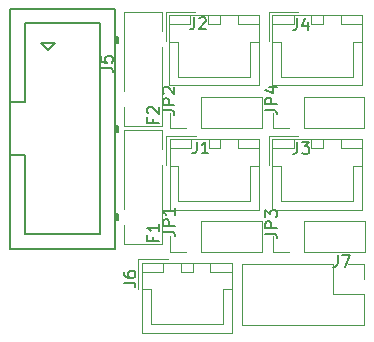
<source format=gbr>
%TF.GenerationSoftware,KiCad,Pcbnew,(5.1.10-1-10_14)*%
%TF.CreationDate,2022-01-16T00:09:14-08:00*%
%TF.ProjectId,FanExpander-Lite,46616e45-7870-4616-9e64-65722d4c6974,V1.0.4*%
%TF.SameCoordinates,Original*%
%TF.FileFunction,Legend,Top*%
%TF.FilePolarity,Positive*%
%FSLAX46Y46*%
G04 Gerber Fmt 4.6, Leading zero omitted, Abs format (unit mm)*
G04 Created by KiCad (PCBNEW (5.1.10-1-10_14)) date 2022-01-16 00:09:14*
%MOMM*%
%LPD*%
G01*
G04 APERTURE LIST*
%ADD10C,0.120000*%
%ADD11C,0.150000*%
G04 APERTURE END LIST*
D10*
%TO.C,J7*%
X70214800Y-62225880D02*
X70214800Y-63555880D01*
X68884800Y-62225880D02*
X70214800Y-62225880D01*
X70214800Y-64825880D02*
X70214800Y-67425880D01*
X67614800Y-64825880D02*
X70214800Y-64825880D01*
X67614800Y-62225880D02*
X67614800Y-64825880D01*
X70214800Y-67425880D02*
X59934800Y-67425880D01*
X67614800Y-62225880D02*
X59934800Y-62225880D01*
X59934800Y-62225880D02*
X59934800Y-67425880D01*
%TO.C,F2*%
X53100480Y-50535080D02*
X49900480Y-50535080D01*
X53100480Y-40934080D02*
X49900480Y-40934080D01*
X49900480Y-48974080D02*
X49900480Y-50535080D01*
X49900480Y-40934080D02*
X49900480Y-47597080D01*
X53100480Y-43874080D02*
X53100480Y-50535080D01*
X53100480Y-40934080D02*
X53100480Y-42496080D01*
%TO.C,F1*%
X49906680Y-50917600D02*
X53106680Y-50917600D01*
X49906680Y-60518600D02*
X53106680Y-60518600D01*
X53106680Y-52478600D02*
X53106680Y-50917600D01*
X53106680Y-60518600D02*
X53106680Y-53855600D01*
X49906680Y-57578600D02*
X49906680Y-50917600D01*
X49906680Y-60518600D02*
X49906680Y-58956600D01*
D11*
%TO.C,J5*%
X40234000Y-40650000D02*
X49174000Y-40650000D01*
X49174000Y-40650000D02*
X49174000Y-60950000D01*
X49174000Y-60950000D02*
X40234000Y-60950000D01*
X40234000Y-60950000D02*
X40234000Y-40650000D01*
X40234000Y-48575000D02*
X41534000Y-48575000D01*
X41534000Y-48575000D02*
X41534000Y-41850000D01*
X41534000Y-41850000D02*
X47874000Y-41850000D01*
X47874000Y-41850000D02*
X47874000Y-59750000D01*
X47874000Y-59750000D02*
X41534000Y-59750000D01*
X41534000Y-59750000D02*
X41534000Y-53025000D01*
X41534000Y-53025000D02*
X40234000Y-53025000D01*
X49174000Y-50550000D02*
X49374000Y-50550000D01*
X49374000Y-50550000D02*
X49374000Y-51050000D01*
X49374000Y-51050000D02*
X49174000Y-51050000D01*
X49274000Y-50550000D02*
X49274000Y-51050000D01*
X49174000Y-58030000D02*
X49374000Y-58030000D01*
X49374000Y-58030000D02*
X49374000Y-58530000D01*
X49374000Y-58530000D02*
X49174000Y-58530000D01*
X49274000Y-58030000D02*
X49274000Y-58530000D01*
X49174000Y-43070000D02*
X49374000Y-43070000D01*
X49374000Y-43070000D02*
X49374000Y-43570000D01*
X49374000Y-43570000D02*
X49174000Y-43570000D01*
X49274000Y-43070000D02*
X49274000Y-43570000D01*
X42834000Y-43520000D02*
X44034000Y-43520000D01*
X44034000Y-43520000D02*
X43434000Y-44120000D01*
X43434000Y-44120000D02*
X42834000Y-43520000D01*
D10*
%TO.C,J4*%
X62468920Y-41182120D02*
X62468920Y-47132120D01*
X62468920Y-47132120D02*
X70068920Y-47132120D01*
X70068920Y-47132120D02*
X70068920Y-41182120D01*
X70068920Y-41182120D02*
X62468920Y-41182120D01*
X65768920Y-41182120D02*
X65768920Y-41932120D01*
X65768920Y-41932120D02*
X66768920Y-41932120D01*
X66768920Y-41932120D02*
X66768920Y-41182120D01*
X66768920Y-41182120D02*
X65768920Y-41182120D01*
X62468920Y-41182120D02*
X62468920Y-41932120D01*
X62468920Y-41932120D02*
X64268920Y-41932120D01*
X64268920Y-41932120D02*
X64268920Y-41182120D01*
X64268920Y-41182120D02*
X62468920Y-41182120D01*
X68268920Y-41182120D02*
X68268920Y-41932120D01*
X68268920Y-41932120D02*
X70068920Y-41932120D01*
X70068920Y-41932120D02*
X70068920Y-41182120D01*
X70068920Y-41182120D02*
X68268920Y-41182120D01*
X62468920Y-43432120D02*
X63218920Y-43432120D01*
X63218920Y-43432120D02*
X63218920Y-46382120D01*
X63218920Y-46382120D02*
X66268920Y-46382120D01*
X70068920Y-43432120D02*
X69318920Y-43432120D01*
X69318920Y-43432120D02*
X69318920Y-46382120D01*
X69318920Y-46382120D02*
X66268920Y-46382120D01*
X64668920Y-40882120D02*
X62168920Y-40882120D01*
X62168920Y-40882120D02*
X62168920Y-43382120D01*
%TO.C,J3*%
X62468920Y-51697720D02*
X62468920Y-57647720D01*
X62468920Y-57647720D02*
X70068920Y-57647720D01*
X70068920Y-57647720D02*
X70068920Y-51697720D01*
X70068920Y-51697720D02*
X62468920Y-51697720D01*
X65768920Y-51697720D02*
X65768920Y-52447720D01*
X65768920Y-52447720D02*
X66768920Y-52447720D01*
X66768920Y-52447720D02*
X66768920Y-51697720D01*
X66768920Y-51697720D02*
X65768920Y-51697720D01*
X62468920Y-51697720D02*
X62468920Y-52447720D01*
X62468920Y-52447720D02*
X64268920Y-52447720D01*
X64268920Y-52447720D02*
X64268920Y-51697720D01*
X64268920Y-51697720D02*
X62468920Y-51697720D01*
X68268920Y-51697720D02*
X68268920Y-52447720D01*
X68268920Y-52447720D02*
X70068920Y-52447720D01*
X70068920Y-52447720D02*
X70068920Y-51697720D01*
X70068920Y-51697720D02*
X68268920Y-51697720D01*
X62468920Y-53947720D02*
X63218920Y-53947720D01*
X63218920Y-53947720D02*
X63218920Y-56897720D01*
X63218920Y-56897720D02*
X66268920Y-56897720D01*
X70068920Y-53947720D02*
X69318920Y-53947720D01*
X69318920Y-53947720D02*
X69318920Y-56897720D01*
X69318920Y-56897720D02*
X66268920Y-56897720D01*
X64668920Y-51397720D02*
X62168920Y-51397720D01*
X62168920Y-51397720D02*
X62168920Y-53897720D01*
%TO.C,JP4*%
X70260520Y-50753320D02*
X70260520Y-48093320D01*
X65120520Y-50753320D02*
X70260520Y-50753320D01*
X65120520Y-48093320D02*
X70260520Y-48093320D01*
X65120520Y-50753320D02*
X65120520Y-48093320D01*
X63850520Y-50753320D02*
X62520520Y-50753320D01*
X62520520Y-50753320D02*
X62520520Y-49423320D01*
%TO.C,JP3*%
X70285920Y-61243520D02*
X70285920Y-58583520D01*
X65145920Y-61243520D02*
X70285920Y-61243520D01*
X65145920Y-58583520D02*
X70285920Y-58583520D01*
X65145920Y-61243520D02*
X65145920Y-58583520D01*
X63875920Y-61243520D02*
X62545920Y-61243520D01*
X62545920Y-61243520D02*
X62545920Y-59913520D01*
%TO.C,J2*%
X53731320Y-41182120D02*
X53731320Y-47132120D01*
X53731320Y-47132120D02*
X61331320Y-47132120D01*
X61331320Y-47132120D02*
X61331320Y-41182120D01*
X61331320Y-41182120D02*
X53731320Y-41182120D01*
X57031320Y-41182120D02*
X57031320Y-41932120D01*
X57031320Y-41932120D02*
X58031320Y-41932120D01*
X58031320Y-41932120D02*
X58031320Y-41182120D01*
X58031320Y-41182120D02*
X57031320Y-41182120D01*
X53731320Y-41182120D02*
X53731320Y-41932120D01*
X53731320Y-41932120D02*
X55531320Y-41932120D01*
X55531320Y-41932120D02*
X55531320Y-41182120D01*
X55531320Y-41182120D02*
X53731320Y-41182120D01*
X59531320Y-41182120D02*
X59531320Y-41932120D01*
X59531320Y-41932120D02*
X61331320Y-41932120D01*
X61331320Y-41932120D02*
X61331320Y-41182120D01*
X61331320Y-41182120D02*
X59531320Y-41182120D01*
X53731320Y-43432120D02*
X54481320Y-43432120D01*
X54481320Y-43432120D02*
X54481320Y-46382120D01*
X54481320Y-46382120D02*
X57531320Y-46382120D01*
X61331320Y-43432120D02*
X60581320Y-43432120D01*
X60581320Y-43432120D02*
X60581320Y-46382120D01*
X60581320Y-46382120D02*
X57531320Y-46382120D01*
X55931320Y-40882120D02*
X53431320Y-40882120D01*
X53431320Y-40882120D02*
X53431320Y-43382120D01*
%TO.C,J1*%
X53756720Y-51697720D02*
X53756720Y-57647720D01*
X53756720Y-57647720D02*
X61356720Y-57647720D01*
X61356720Y-57647720D02*
X61356720Y-51697720D01*
X61356720Y-51697720D02*
X53756720Y-51697720D01*
X57056720Y-51697720D02*
X57056720Y-52447720D01*
X57056720Y-52447720D02*
X58056720Y-52447720D01*
X58056720Y-52447720D02*
X58056720Y-51697720D01*
X58056720Y-51697720D02*
X57056720Y-51697720D01*
X53756720Y-51697720D02*
X53756720Y-52447720D01*
X53756720Y-52447720D02*
X55556720Y-52447720D01*
X55556720Y-52447720D02*
X55556720Y-51697720D01*
X55556720Y-51697720D02*
X53756720Y-51697720D01*
X59556720Y-51697720D02*
X59556720Y-52447720D01*
X59556720Y-52447720D02*
X61356720Y-52447720D01*
X61356720Y-52447720D02*
X61356720Y-51697720D01*
X61356720Y-51697720D02*
X59556720Y-51697720D01*
X53756720Y-53947720D02*
X54506720Y-53947720D01*
X54506720Y-53947720D02*
X54506720Y-56897720D01*
X54506720Y-56897720D02*
X57556720Y-56897720D01*
X61356720Y-53947720D02*
X60606720Y-53947720D01*
X60606720Y-53947720D02*
X60606720Y-56897720D01*
X60606720Y-56897720D02*
X57556720Y-56897720D01*
X55956720Y-51397720D02*
X53456720Y-51397720D01*
X53456720Y-51397720D02*
X53456720Y-53897720D01*
%TO.C,JP2*%
X61548320Y-50753320D02*
X61548320Y-48093320D01*
X56408320Y-50753320D02*
X61548320Y-50753320D01*
X56408320Y-48093320D02*
X61548320Y-48093320D01*
X56408320Y-50753320D02*
X56408320Y-48093320D01*
X55138320Y-50753320D02*
X53808320Y-50753320D01*
X53808320Y-50753320D02*
X53808320Y-49423320D01*
%TO.C,JP1*%
X61548320Y-61243520D02*
X61548320Y-58583520D01*
X56408320Y-61243520D02*
X61548320Y-61243520D01*
X56408320Y-58583520D02*
X61548320Y-58583520D01*
X56408320Y-61243520D02*
X56408320Y-58583520D01*
X55138320Y-61243520D02*
X53808320Y-61243520D01*
X53808320Y-61243520D02*
X53808320Y-59913520D01*
%TO.C,J6*%
X51419920Y-62152360D02*
X51419920Y-68102360D01*
X51419920Y-68102360D02*
X59019920Y-68102360D01*
X59019920Y-68102360D02*
X59019920Y-62152360D01*
X59019920Y-62152360D02*
X51419920Y-62152360D01*
X54719920Y-62152360D02*
X54719920Y-62902360D01*
X54719920Y-62902360D02*
X55719920Y-62902360D01*
X55719920Y-62902360D02*
X55719920Y-62152360D01*
X55719920Y-62152360D02*
X54719920Y-62152360D01*
X51419920Y-62152360D02*
X51419920Y-62902360D01*
X51419920Y-62902360D02*
X53219920Y-62902360D01*
X53219920Y-62902360D02*
X53219920Y-62152360D01*
X53219920Y-62152360D02*
X51419920Y-62152360D01*
X57219920Y-62152360D02*
X57219920Y-62902360D01*
X57219920Y-62902360D02*
X59019920Y-62902360D01*
X59019920Y-62902360D02*
X59019920Y-62152360D01*
X59019920Y-62152360D02*
X57219920Y-62152360D01*
X51419920Y-64402360D02*
X52169920Y-64402360D01*
X52169920Y-64402360D02*
X52169920Y-67352360D01*
X52169920Y-67352360D02*
X55219920Y-67352360D01*
X59019920Y-64402360D02*
X58269920Y-64402360D01*
X58269920Y-64402360D02*
X58269920Y-67352360D01*
X58269920Y-67352360D02*
X55219920Y-67352360D01*
X53619920Y-61852360D02*
X51119920Y-61852360D01*
X51119920Y-61852360D02*
X51119920Y-64352360D01*
%TO.C,J7*%
D11*
X68018066Y-61479180D02*
X68018066Y-62193466D01*
X67970447Y-62336323D01*
X67875209Y-62431561D01*
X67732352Y-62479180D01*
X67637114Y-62479180D01*
X68399019Y-61479180D02*
X69065685Y-61479180D01*
X68637114Y-62479180D01*
%TO.C,F2*%
X52323691Y-49980173D02*
X52323691Y-50313506D01*
X52847500Y-50313506D02*
X51847500Y-50313506D01*
X51847500Y-49837316D01*
X51942739Y-49503982D02*
X51895120Y-49456363D01*
X51847500Y-49361125D01*
X51847500Y-49123030D01*
X51895120Y-49027792D01*
X51942739Y-48980173D01*
X52037977Y-48932554D01*
X52133215Y-48932554D01*
X52276072Y-48980173D01*
X52847500Y-49551601D01*
X52847500Y-48932554D01*
%TO.C,F1*%
X52360371Y-59942373D02*
X52360371Y-60275706D01*
X52884180Y-60275706D02*
X51884180Y-60275706D01*
X51884180Y-59799516D01*
X52884180Y-58894754D02*
X52884180Y-59466182D01*
X52884180Y-59180468D02*
X51884180Y-59180468D01*
X52027038Y-59275706D01*
X52122276Y-59370944D01*
X52169895Y-59466182D01*
%TO.C,J5*%
X47953680Y-45621533D02*
X48667966Y-45621533D01*
X48810823Y-45669152D01*
X48906061Y-45764390D01*
X48953680Y-45907247D01*
X48953680Y-46002485D01*
X47953680Y-44669152D02*
X47953680Y-45145342D01*
X48429871Y-45192961D01*
X48382252Y-45145342D01*
X48334633Y-45050104D01*
X48334633Y-44812009D01*
X48382252Y-44716771D01*
X48429871Y-44669152D01*
X48525109Y-44621533D01*
X48763204Y-44621533D01*
X48858442Y-44669152D01*
X48906061Y-44716771D01*
X48953680Y-44812009D01*
X48953680Y-45050104D01*
X48906061Y-45145342D01*
X48858442Y-45192961D01*
%TO.C,J4*%
X64553506Y-41458900D02*
X64553506Y-42173186D01*
X64505887Y-42316043D01*
X64410649Y-42411281D01*
X64267792Y-42458900D01*
X64172554Y-42458900D01*
X65458268Y-41792234D02*
X65458268Y-42458900D01*
X65220173Y-41411281D02*
X64982078Y-42125567D01*
X65601125Y-42125567D01*
%TO.C,J3*%
X64578906Y-51908460D02*
X64578906Y-52622746D01*
X64531287Y-52765603D01*
X64436049Y-52860841D01*
X64293192Y-52908460D01*
X64197954Y-52908460D01*
X64959859Y-51908460D02*
X65578906Y-51908460D01*
X65245573Y-52289413D01*
X65388430Y-52289413D01*
X65483668Y-52337032D01*
X65531287Y-52384651D01*
X65578906Y-52479889D01*
X65578906Y-52717984D01*
X65531287Y-52813222D01*
X65483668Y-52860841D01*
X65388430Y-52908460D01*
X65102716Y-52908460D01*
X65007478Y-52860841D01*
X64959859Y-52813222D01*
%TO.C,JP4*%
X61850020Y-49200013D02*
X62564306Y-49200013D01*
X62707163Y-49247632D01*
X62802401Y-49342870D01*
X62850020Y-49485727D01*
X62850020Y-49580965D01*
X62850020Y-48723822D02*
X61850020Y-48723822D01*
X61850020Y-48342870D01*
X61897640Y-48247632D01*
X61945259Y-48200013D01*
X62040497Y-48152394D01*
X62183354Y-48152394D01*
X62278592Y-48200013D01*
X62326211Y-48247632D01*
X62373830Y-48342870D01*
X62373830Y-48723822D01*
X62183354Y-47295251D02*
X62850020Y-47295251D01*
X61802401Y-47533346D02*
X62516687Y-47771441D01*
X62516687Y-47152394D01*
%TO.C,JP3*%
X61850020Y-59690213D02*
X62564306Y-59690213D01*
X62707163Y-59737832D01*
X62802401Y-59833070D01*
X62850020Y-59975927D01*
X62850020Y-60071165D01*
X62850020Y-59214022D02*
X61850020Y-59214022D01*
X61850020Y-58833070D01*
X61897640Y-58737832D01*
X61945259Y-58690213D01*
X62040497Y-58642594D01*
X62183354Y-58642594D01*
X62278592Y-58690213D01*
X62326211Y-58737832D01*
X62373830Y-58833070D01*
X62373830Y-59214022D01*
X61850020Y-58309260D02*
X61850020Y-57690213D01*
X62230973Y-58023546D01*
X62230973Y-57880689D01*
X62278592Y-57785451D01*
X62326211Y-57737832D01*
X62421449Y-57690213D01*
X62659544Y-57690213D01*
X62754782Y-57737832D01*
X62802401Y-57785451D01*
X62850020Y-57880689D01*
X62850020Y-58166403D01*
X62802401Y-58261641D01*
X62754782Y-58309260D01*
%TO.C,J2*%
X55846386Y-41362380D02*
X55846386Y-42076666D01*
X55798767Y-42219523D01*
X55703529Y-42314761D01*
X55560672Y-42362380D01*
X55465434Y-42362380D01*
X56274958Y-41457619D02*
X56322577Y-41410000D01*
X56417815Y-41362380D01*
X56655910Y-41362380D01*
X56751148Y-41410000D01*
X56798767Y-41457619D01*
X56846386Y-41552857D01*
X56846386Y-41648095D01*
X56798767Y-41790952D01*
X56227339Y-42362380D01*
X56846386Y-42362380D01*
%TO.C,J1*%
X56044506Y-51883060D02*
X56044506Y-52597346D01*
X55996887Y-52740203D01*
X55901649Y-52835441D01*
X55758792Y-52883060D01*
X55663554Y-52883060D01*
X57044506Y-52883060D02*
X56473078Y-52883060D01*
X56758792Y-52883060D02*
X56758792Y-51883060D01*
X56663554Y-52025918D01*
X56568316Y-52121156D01*
X56473078Y-52168775D01*
%TO.C,JP2*%
X53163220Y-49250813D02*
X53877506Y-49250813D01*
X54020363Y-49298432D01*
X54115601Y-49393670D01*
X54163220Y-49536527D01*
X54163220Y-49631765D01*
X54163220Y-48774622D02*
X53163220Y-48774622D01*
X53163220Y-48393670D01*
X53210840Y-48298432D01*
X53258459Y-48250813D01*
X53353697Y-48203194D01*
X53496554Y-48203194D01*
X53591792Y-48250813D01*
X53639411Y-48298432D01*
X53687030Y-48393670D01*
X53687030Y-48774622D01*
X53258459Y-47822241D02*
X53210840Y-47774622D01*
X53163220Y-47679384D01*
X53163220Y-47441289D01*
X53210840Y-47346051D01*
X53258459Y-47298432D01*
X53353697Y-47250813D01*
X53448935Y-47250813D01*
X53591792Y-47298432D01*
X54163220Y-47869860D01*
X54163220Y-47250813D01*
%TO.C,JP1*%
X53178460Y-59517493D02*
X53892746Y-59517493D01*
X54035603Y-59565112D01*
X54130841Y-59660350D01*
X54178460Y-59803207D01*
X54178460Y-59898445D01*
X54178460Y-59041302D02*
X53178460Y-59041302D01*
X53178460Y-58660350D01*
X53226080Y-58565112D01*
X53273699Y-58517493D01*
X53368937Y-58469874D01*
X53511794Y-58469874D01*
X53607032Y-58517493D01*
X53654651Y-58565112D01*
X53702270Y-58660350D01*
X53702270Y-59041302D01*
X54178460Y-57517493D02*
X54178460Y-58088921D01*
X54178460Y-57803207D02*
X53178460Y-57803207D01*
X53321318Y-57898445D01*
X53416556Y-57993683D01*
X53464175Y-58088921D01*
%TO.C,J6*%
X49871380Y-63833333D02*
X50585666Y-63833333D01*
X50728523Y-63880952D01*
X50823761Y-63976190D01*
X50871380Y-64119047D01*
X50871380Y-64214285D01*
X49871380Y-62928571D02*
X49871380Y-63119047D01*
X49919000Y-63214285D01*
X49966619Y-63261904D01*
X50109476Y-63357142D01*
X50299952Y-63404761D01*
X50680904Y-63404761D01*
X50776142Y-63357142D01*
X50823761Y-63309523D01*
X50871380Y-63214285D01*
X50871380Y-63023809D01*
X50823761Y-62928571D01*
X50776142Y-62880952D01*
X50680904Y-62833333D01*
X50442809Y-62833333D01*
X50347571Y-62880952D01*
X50299952Y-62928571D01*
X50252333Y-63023809D01*
X50252333Y-63214285D01*
X50299952Y-63309523D01*
X50347571Y-63357142D01*
X50442809Y-63404761D01*
%TD*%
M02*

</source>
